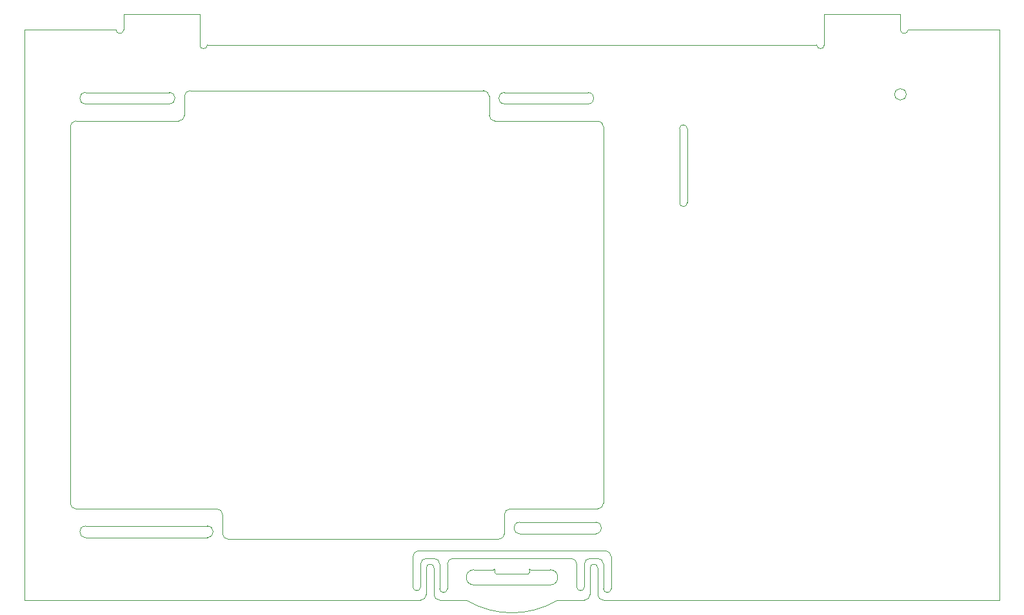
<source format=gm1>
G04 #@! TF.GenerationSoftware,KiCad,Pcbnew,5.1.5-52549c5~84~ubuntu19.10.1*
G04 #@! TF.CreationDate,2020-03-02T03:11:21+01:00*
G04 #@! TF.ProjectId,scale,7363616c-652e-46b6-9963-61645f706362,rev?*
G04 #@! TF.SameCoordinates,Original*
G04 #@! TF.FileFunction,Profile,NP*
%FSLAX46Y46*%
G04 Gerber Fmt 4.6, Leading zero omitted, Abs format (unit mm)*
G04 Created by KiCad (PCBNEW 5.1.5-52549c5~84~ubuntu19.10.1) date 2020-03-02 03:11:21*
%MOMM*%
%LPD*%
G04 APERTURE LIST*
%ADD10C,0.050000*%
G04 APERTURE END LIST*
D10*
X186999999Y-122750000D02*
G75*
G02X186000001Y-122750000I-499999J0D01*
G01*
X186000001Y-113000000D02*
G75*
G02X186999999Y-113000000I499999J0D01*
G01*
X124000000Y-165250000D02*
X108000000Y-165250000D01*
X124000000Y-165250000D02*
G75*
G02X124000000Y-166750000I0J-750000D01*
G01*
X108000000Y-166750000D02*
G75*
G02X108000000Y-165250000I0J750000D01*
G01*
X108000000Y-166750000D02*
X124000000Y-166750000D01*
X174000000Y-108250000D02*
G75*
G02X174000000Y-109750000I0J-750000D01*
G01*
X174000000Y-108250000D02*
X163000000Y-108250000D01*
X163000000Y-109750000D02*
X174000000Y-109750000D01*
X163000000Y-109750000D02*
G75*
G02X163000000Y-108250000I0J750000D01*
G01*
X165000000Y-166250000D02*
X175000000Y-166250000D01*
X165000000Y-166250000D02*
G75*
G02X165000000Y-164750000I0J750000D01*
G01*
X175000000Y-164750000D02*
X165000000Y-164750000D01*
X175000000Y-164750000D02*
G75*
G02X175000000Y-166250000I0J-750000D01*
G01*
X119000000Y-108250000D02*
X108000000Y-108250000D01*
X119000000Y-108250000D02*
G75*
G02X119000000Y-109750000I0J-750000D01*
G01*
X108000000Y-109750000D02*
X119000000Y-109750000D01*
X108000000Y-109750000D02*
G75*
G02X108000000Y-108250000I0J750000D01*
G01*
X215750000Y-108500000D02*
G75*
G03X215750000Y-108500000I-750000J0D01*
G01*
X161850000Y-171500000D02*
G75*
G02X161750000Y-171400000I0J100000D01*
G01*
X166250000Y-171400000D02*
G75*
G02X166150000Y-171500000I-100000J0D01*
G01*
X166250000Y-171000000D02*
G75*
G02X166450000Y-171000000I100000J0D01*
G01*
X161550000Y-171000000D02*
G75*
G02X161750000Y-171000000I100000J0D01*
G01*
X151000000Y-169250000D02*
G75*
G02X151750000Y-168500000I750000J0D01*
G01*
X151000001Y-173250000D02*
X151000000Y-169250000D01*
X154500000Y-175000000D02*
X158000001Y-174999999D01*
X151999999Y-173250000D02*
G75*
G02X151000001Y-173250000I-499999J0D01*
G01*
X152000000Y-170250000D02*
G75*
G02X152750000Y-169500000I750000J0D01*
G01*
X155499999Y-173500000D02*
G75*
G02X154500001Y-173500000I-499999J0D01*
G01*
X152750001Y-170750000D02*
G75*
G02X153749999Y-170750000I499999J0D01*
G01*
X152750000Y-170750000D02*
X152750000Y-174250000D01*
X152750000Y-174250000D02*
G75*
G02X152000000Y-175000000I-750000J0D01*
G01*
X153750000Y-170750000D02*
X153750000Y-174250000D01*
X152000000Y-173250000D02*
X152000000Y-170250000D01*
X153750000Y-169500000D02*
X152750000Y-169500000D01*
X154500000Y-170250000D02*
X154500000Y-173500000D01*
X153750000Y-169500000D02*
G75*
G02X154500000Y-170250000I0J-750000D01*
G01*
X154500000Y-175000000D02*
G75*
G02X153750000Y-174250000I0J750000D01*
G01*
X177000000Y-169250000D02*
X177000000Y-173500000D01*
X176250000Y-168500000D02*
G75*
G02X177000000Y-169250000I0J-750000D01*
G01*
X176999999Y-173500000D02*
G75*
G02X176000001Y-173500000I-499999J0D01*
G01*
X176000000Y-175000000D02*
G75*
G02X175250000Y-174250000I0J750000D01*
G01*
X174250000Y-174250000D02*
G75*
G02X173500000Y-175000000I-750000J0D01*
G01*
X170000000Y-175000000D02*
X173500000Y-175000000D01*
X176000000Y-170250000D02*
X176000000Y-173500000D01*
X175250000Y-169500000D02*
X174250000Y-169500000D01*
X174250001Y-170750000D02*
G75*
G02X175249999Y-170750000I499999J0D01*
G01*
X174250001Y-170750000D02*
X174250000Y-174250000D01*
X175249999Y-170750000D02*
X175250000Y-174250000D01*
X175250000Y-169500000D02*
G75*
G02X176000000Y-170250000I0J-750000D01*
G01*
X173500000Y-170250000D02*
G75*
G02X174250000Y-169500000I750000J0D01*
G01*
X173500000Y-173250000D02*
X173500000Y-170250000D01*
X173499999Y-173250000D02*
G75*
G02X172500001Y-173250000I-499999J0D01*
G01*
X171750000Y-169500000D02*
G75*
G02X172500000Y-170250000I0J-750000D01*
G01*
X155500000Y-170250000D02*
G75*
G02X156250000Y-169500000I750000J0D01*
G01*
X156250000Y-169500000D02*
X171750000Y-169500000D01*
X172500000Y-173250000D02*
X172500000Y-170250000D01*
X155499999Y-173500000D02*
X155500000Y-170250000D01*
X176250000Y-168500000D02*
X151750000Y-168500000D01*
X163000000Y-166250000D02*
G75*
G02X162250000Y-167000000I-750000J0D01*
G01*
X163000000Y-163750000D02*
G75*
G02X163750000Y-163000000I750000J0D01*
G01*
X176000000Y-162250000D02*
G75*
G02X175250000Y-163000000I-750000J0D01*
G01*
X175250000Y-112000000D02*
G75*
G02X176000000Y-112750000I0J-750000D01*
G01*
X161750000Y-112000000D02*
G75*
G02X161000000Y-111250000I0J750000D01*
G01*
X160250000Y-108000000D02*
G75*
G02X161000000Y-108750000I0J-750000D01*
G01*
X121000000Y-108750000D02*
G75*
G02X121750000Y-108000000I750000J0D01*
G01*
X121000000Y-111250000D02*
G75*
G02X120250000Y-112000000I-750000J0D01*
G01*
X106000000Y-112750000D02*
G75*
G02X106750000Y-112000000I750000J0D01*
G01*
X176000000Y-175000000D02*
X228000000Y-175000000D01*
X106750000Y-163000000D02*
G75*
G02X106000000Y-162250000I0J750000D01*
G01*
X125250000Y-163000000D02*
G75*
G02X126000000Y-163750000I0J-750000D01*
G01*
X126750000Y-167000000D02*
G75*
G02X126000000Y-166250000I0J750000D01*
G01*
X126000000Y-163750000D02*
X126000000Y-166250000D01*
X106750000Y-163000000D02*
X125250000Y-163000000D01*
X106000000Y-112750000D02*
X106000000Y-162250000D01*
X120250000Y-112000000D02*
X106750000Y-112000000D01*
X121000000Y-108750000D02*
X121000000Y-111250000D01*
X160250000Y-108000000D02*
X121750000Y-108000000D01*
X161000000Y-111250000D02*
X161000000Y-108750000D01*
X175250000Y-112000000D02*
X161750000Y-112000000D01*
X176000000Y-162250000D02*
X176000000Y-112750000D01*
X163750000Y-163000000D02*
X175250000Y-163000000D01*
X163000000Y-166250000D02*
X163000000Y-163750000D01*
X126750000Y-167000000D02*
X162250000Y-167000000D01*
X161550000Y-171000000D02*
X159000000Y-171000000D01*
X161750000Y-171400000D02*
X161750000Y-171000000D01*
X166150000Y-171500000D02*
X161850000Y-171500000D01*
X166250000Y-171000000D02*
X166250000Y-171400000D01*
X169000000Y-171000000D02*
X166450000Y-171000000D01*
X159000000Y-173000000D02*
G75*
G02X159000000Y-171000000I0J1000000D01*
G01*
X169000000Y-171000000D02*
G75*
G02X169000000Y-173000000I0J-1000000D01*
G01*
X159000000Y-173000000D02*
X169000000Y-173000000D01*
X169999999Y-174999998D02*
G75*
G02X158000001Y-174999999I-5999999J9999998D01*
G01*
X113000000Y-100000000D02*
G75*
G02X112000000Y-100000000I-500000J0D01*
G01*
X216000000Y-100000000D02*
G75*
G02X215000000Y-100000000I-500000J0D01*
G01*
X205000000Y-102000000D02*
G75*
G02X204000000Y-102000000I-500000J0D01*
G01*
X124000000Y-102000000D02*
G75*
G02X123000000Y-102000000I-500000J0D01*
G01*
X216000000Y-100000000D02*
X228000000Y-100000000D01*
X124000000Y-102000000D02*
X204000000Y-102000000D01*
X123000000Y-98000000D02*
X123000000Y-102000000D01*
X113000000Y-98000000D02*
X123000000Y-98000000D01*
X205000000Y-98000000D02*
X205000000Y-102000000D01*
X215000000Y-98000000D02*
X205000000Y-98000000D01*
X215000000Y-100000000D02*
X215000000Y-98000000D01*
X113000000Y-100000000D02*
X113000000Y-98000000D01*
X112000000Y-100000000D02*
X100000000Y-100000000D01*
X228000000Y-175000000D02*
X228000000Y-100000000D01*
X100000000Y-175000000D02*
X152000000Y-175000000D01*
X100000000Y-100000000D02*
X100000000Y-175000000D01*
X186000001Y-113000000D02*
X186000000Y-122750000D01*
X186999999Y-122750000D02*
X187000000Y-113000000D01*
M02*

</source>
